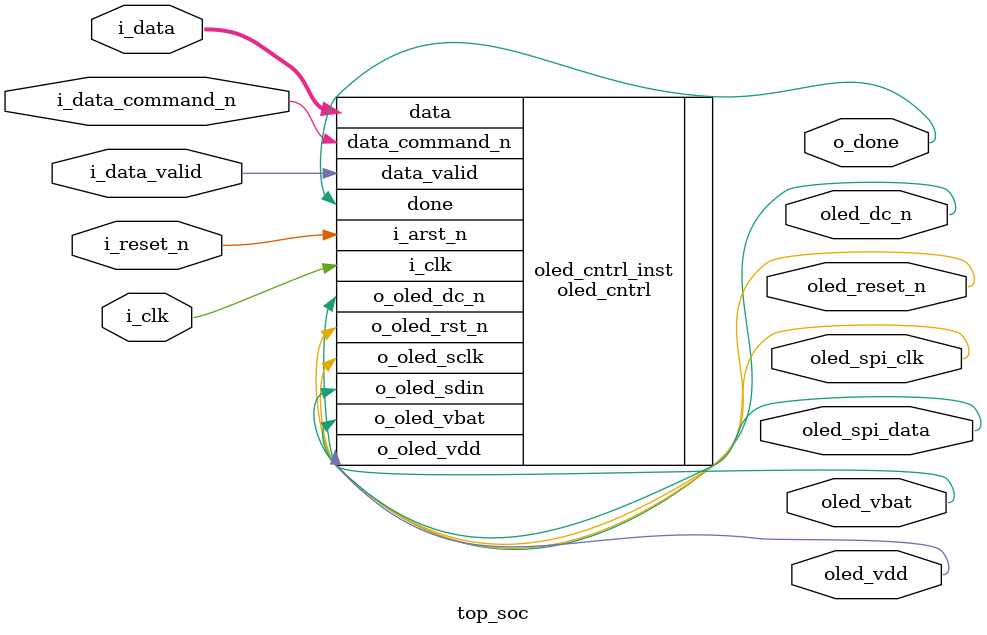
<source format=v>
module top_soc 
    (
      // Global Interface
      input  i_clk,         // 100MHz clock
      input  i_reset_n,     // Active Low

      // Oled Interface
      output oled_spi_clk,
      output oled_spi_data,
      output oled_vdd,
      output oled_vbat,
      output oled_reset_n,
      output oled_dc_n,

      // User Interface
      input  [7:0] i_data,     // Data to be sent
      input  i_data_valid,     // Valid Data to be sent
      input  i_data_command_n, // Data "1" Command "0"
      output o_done            // Ready for new data to be sent
    );

localparam CLK_FREQ = 100_000_000;
localparam NEW_FREQ = 500;        // For Delay generation of 2ms
  oled_cntrl # (
               .CLK_FREQ(CLK_FREQ),
               .NEW_FREQ(NEW_FREQ)
             )
             oled_cntrl_inst (
               .i_clk(i_clk),
               .i_arst_n(i_reset_n), // the controller works with active low reset

               .data(i_data),
               .data_valid(i_data_valid),
               .data_command_n(i_data_command_n),
               .done(o_done),
               
               .o_oled_vdd(oled_vdd),
               .o_oled_vbat(oled_vbat),
               .o_oled_rst_n(oled_reset_n),
               .o_oled_dc_n(oled_dc_n),
               .o_oled_sclk(oled_spi_clk),
               .o_oled_sdin(oled_spi_data)
             );
endmodule

</source>
